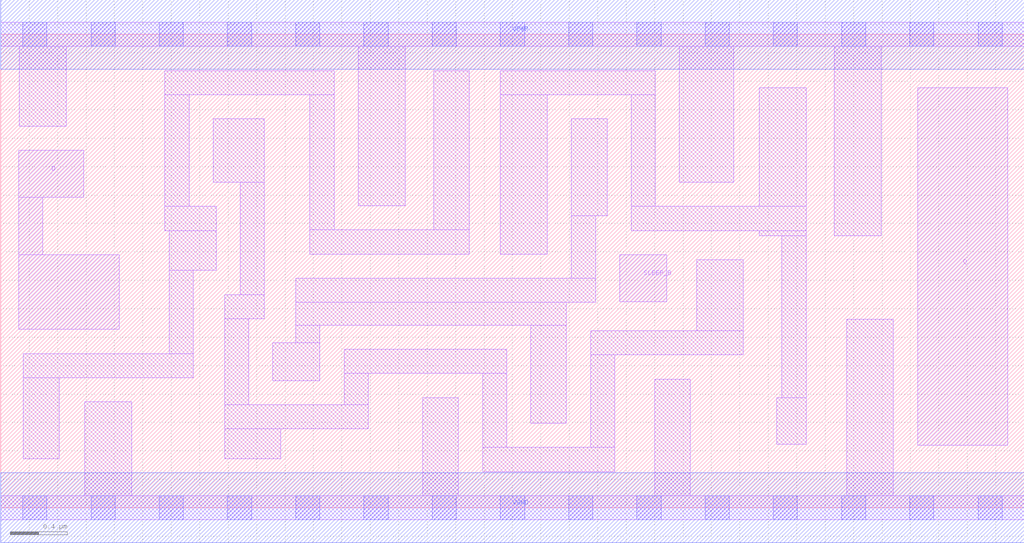
<source format=lef>
# Copyright 2020 The SkyWater PDK Authors
#
# Licensed under the Apache License, Version 2.0 (the "License");
# you may not use this file except in compliance with the License.
# You may obtain a copy of the License at
#
#     https://www.apache.org/licenses/LICENSE-2.0
#
# Unless required by applicable law or agreed to in writing, software
# distributed under the License is distributed on an "AS IS" BASIS,
# WITHOUT WARRANTIES OR CONDITIONS OF ANY KIND, either express or implied.
# See the License for the specific language governing permissions and
# limitations under the License.
#
# SPDX-License-Identifier: Apache-2.0

VERSION 5.7 ;
  NOWIREEXTENSIONATPIN ON ;
  DIVIDERCHAR "/" ;
  BUSBITCHARS "[]" ;
UNITS
  DATABASE MICRONS 200 ;
END UNITS
MACRO sky130_fd_sc_lp__inputisolatch_lp
  CLASS CORE ;
  FOREIGN sky130_fd_sc_lp__inputisolatch_lp ;
  ORIGIN  0.000000  0.000000 ;
  SIZE  7.200000 BY  3.330000 ;
  SYMMETRY X Y R90 ;
  SITE unit ;
  PIN D
    ANTENNAGATEAREA  0.126000 ;
    DIRECTION INPUT ;
    USE SIGNAL ;
    PORT
      LAYER li1 ;
        RECT 0.125000 1.255000 0.835000 1.780000 ;
        RECT 0.125000 1.780000 0.295000 2.185000 ;
        RECT 0.125000 2.185000 0.585000 2.515000 ;
    END
  END D
  PIN Q
    ANTENNADIFFAREA  0.459700 ;
    DIRECTION OUTPUT ;
    USE SIGNAL ;
    PORT
      LAYER li1 ;
        RECT 6.450000 0.440000 7.085000 2.955000 ;
    END
  END Q
  PIN SLEEP_B
    ANTENNAGATEAREA  0.222000 ;
    DIRECTION INPUT ;
    USE CLOCK ;
    PORT
      LAYER li1 ;
        RECT 4.355000 1.450000 4.685000 1.780000 ;
    END
  END SLEEP_B
  PIN VGND
    DIRECTION INOUT ;
    USE GROUND ;
    PORT
      LAYER met1 ;
        RECT 0.000000 -0.245000 7.200000 0.245000 ;
    END
  END VGND
  PIN VPWR
    DIRECTION INOUT ;
    USE POWER ;
    PORT
      LAYER met1 ;
        RECT 0.000000 3.085000 7.200000 3.575000 ;
    END
  END VPWR
  OBS
    LAYER li1 ;
      RECT 0.000000 -0.085000 7.200000 0.085000 ;
      RECT 0.000000  3.245000 7.200000 3.415000 ;
      RECT 0.130000  2.685000 0.460000 3.245000 ;
      RECT 0.160000  0.345000 0.410000 0.915000 ;
      RECT 0.160000  0.915000 1.355000 1.085000 ;
      RECT 0.590000  0.085000 0.920000 0.745000 ;
      RECT 1.155000  1.950000 1.515000 2.120000 ;
      RECT 1.155000  2.120000 1.325000 2.905000 ;
      RECT 1.155000  2.905000 2.345000 3.075000 ;
      RECT 1.185000  1.085000 1.355000 1.670000 ;
      RECT 1.185000  1.670000 1.515000 1.950000 ;
      RECT 1.495000  2.290000 1.855000 2.735000 ;
      RECT 1.575000  0.345000 1.970000 0.555000 ;
      RECT 1.575000  0.555000 2.585000 0.725000 ;
      RECT 1.575000  0.725000 1.745000 1.330000 ;
      RECT 1.575000  1.330000 1.855000 1.500000 ;
      RECT 1.685000  1.500000 1.855000 2.290000 ;
      RECT 1.915000  0.895000 2.245000 1.160000 ;
      RECT 2.075000  1.160000 2.245000 1.285000 ;
      RECT 2.075000  1.285000 3.980000 1.445000 ;
      RECT 2.075000  1.445000 4.185000 1.615000 ;
      RECT 2.175000  1.785000 3.295000 1.955000 ;
      RECT 2.175000  1.955000 2.345000 2.905000 ;
      RECT 2.415000  0.725000 2.585000 0.945000 ;
      RECT 2.415000  0.945000 3.560000 1.115000 ;
      RECT 2.515000  2.125000 2.845000 3.245000 ;
      RECT 2.970000  0.085000 3.220000 0.775000 ;
      RECT 3.045000  1.955000 3.295000 3.075000 ;
      RECT 3.390000  0.255000 4.320000 0.425000 ;
      RECT 3.390000  0.425000 3.560000 0.945000 ;
      RECT 3.515000  1.785000 3.845000 2.905000 ;
      RECT 3.515000  2.905000 4.605000 3.075000 ;
      RECT 3.730000  0.595000 3.980000 1.285000 ;
      RECT 4.015000  1.615000 4.185000 2.055000 ;
      RECT 4.015000  2.055000 4.265000 2.735000 ;
      RECT 4.150000  0.425000 4.320000 1.075000 ;
      RECT 4.150000  1.075000 5.225000 1.245000 ;
      RECT 4.435000  1.950000 5.665000 2.120000 ;
      RECT 4.435000  2.120000 4.605000 2.905000 ;
      RECT 4.600000  0.085000 4.850000 0.905000 ;
      RECT 4.775000  2.290000 5.155000 3.245000 ;
      RECT 4.895000  1.245000 5.225000 1.745000 ;
      RECT 5.335000  1.915000 5.665000 1.950000 ;
      RECT 5.335000  2.120000 5.665000 2.955000 ;
      RECT 5.460000  0.445000 5.665000 0.775000 ;
      RECT 5.495000  0.775000 5.665000 1.915000 ;
      RECT 5.865000  1.915000 6.195000 3.245000 ;
      RECT 5.950000  0.085000 6.280000 1.325000 ;
    LAYER mcon ;
      RECT 0.155000 -0.085000 0.325000 0.085000 ;
      RECT 0.155000  3.245000 0.325000 3.415000 ;
      RECT 0.635000 -0.085000 0.805000 0.085000 ;
      RECT 0.635000  3.245000 0.805000 3.415000 ;
      RECT 1.115000 -0.085000 1.285000 0.085000 ;
      RECT 1.115000  3.245000 1.285000 3.415000 ;
      RECT 1.595000 -0.085000 1.765000 0.085000 ;
      RECT 1.595000  3.245000 1.765000 3.415000 ;
      RECT 2.075000 -0.085000 2.245000 0.085000 ;
      RECT 2.075000  3.245000 2.245000 3.415000 ;
      RECT 2.555000 -0.085000 2.725000 0.085000 ;
      RECT 2.555000  3.245000 2.725000 3.415000 ;
      RECT 3.035000 -0.085000 3.205000 0.085000 ;
      RECT 3.035000  3.245000 3.205000 3.415000 ;
      RECT 3.515000 -0.085000 3.685000 0.085000 ;
      RECT 3.515000  3.245000 3.685000 3.415000 ;
      RECT 3.995000 -0.085000 4.165000 0.085000 ;
      RECT 3.995000  3.245000 4.165000 3.415000 ;
      RECT 4.475000 -0.085000 4.645000 0.085000 ;
      RECT 4.475000  3.245000 4.645000 3.415000 ;
      RECT 4.955000 -0.085000 5.125000 0.085000 ;
      RECT 4.955000  3.245000 5.125000 3.415000 ;
      RECT 5.435000 -0.085000 5.605000 0.085000 ;
      RECT 5.435000  3.245000 5.605000 3.415000 ;
      RECT 5.915000 -0.085000 6.085000 0.085000 ;
      RECT 5.915000  3.245000 6.085000 3.415000 ;
      RECT 6.395000 -0.085000 6.565000 0.085000 ;
      RECT 6.395000  3.245000 6.565000 3.415000 ;
      RECT 6.875000 -0.085000 7.045000 0.085000 ;
      RECT 6.875000  3.245000 7.045000 3.415000 ;
  END
END sky130_fd_sc_lp__inputisolatch_lp
END LIBRARY

</source>
